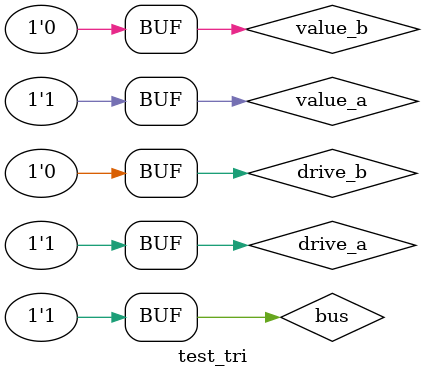
<source format=v>

module test_tri;
  tri bus;
  reg drive_a, drive_b;
  reg value_a, value_b;

  assign bus = drive_a ? value_a : 1'bz;
  assign bus = drive_b ? value_b : 1'bz;

  initial begin
    drive_a = 1;
    drive_b = 0;
    value_a = 1;
    value_b = 0;
  end
endmodule

</source>
